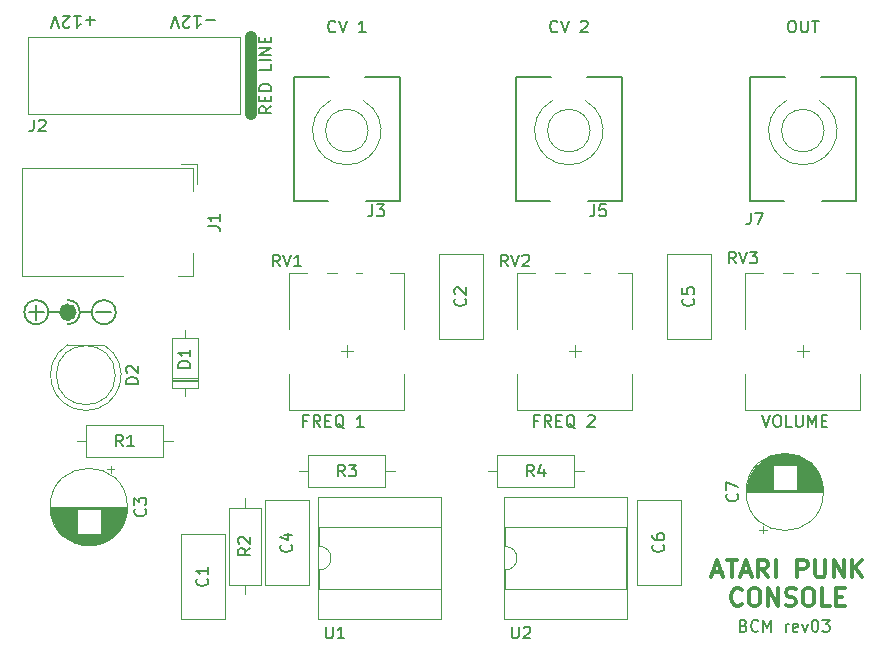
<source format=gto>
%TF.GenerationSoftware,KiCad,Pcbnew,(6.0.6-0)*%
%TF.CreationDate,2022-11-02T10:03:17+00:00*%
%TF.ProjectId,atari-punk,61746172-692d-4707-956e-6b2e6b696361,r03*%
%TF.SameCoordinates,Original*%
%TF.FileFunction,Legend,Top*%
%TF.FilePolarity,Positive*%
%FSLAX46Y46*%
G04 Gerber Fmt 4.6, Leading zero omitted, Abs format (unit mm)*
G04 Created by KiCad (PCBNEW (6.0.6-0)) date 2022-11-02 10:03:17*
%MOMM*%
%LPD*%
G01*
G04 APERTURE LIST*
%ADD10C,0.200000*%
%ADD11C,0.735000*%
%ADD12C,0.150000*%
%ADD13C,0.300000*%
%ADD14C,0.120000*%
%ADD15C,1.000000*%
G04 APERTURE END LIST*
D10*
X101854000Y-60198000D02*
X100838000Y-60198000D01*
X97155000Y-60833000D02*
X97155000Y-59563000D01*
X98171000Y-60198000D02*
G75*
G03*
X98171000Y-60198000I-1016000J0D01*
G01*
X102235000Y-60198000D02*
X103505000Y-60198000D01*
X99822000Y-61214000D02*
G75*
G03*
X99822000Y-59182000I0J1016000D01*
G01*
D11*
X100189500Y-60198000D02*
G75*
G03*
X100189500Y-60198000I-367500J0D01*
G01*
D10*
X103886000Y-60198000D02*
G75*
G03*
X103886000Y-60198000I-1016000J0D01*
G01*
X96520000Y-60198000D02*
X97790000Y-60198000D01*
X99187000Y-60198000D02*
X98171000Y-60198000D01*
D12*
X122467809Y-36425142D02*
X122420190Y-36472761D01*
X122277333Y-36520380D01*
X122182095Y-36520380D01*
X122039238Y-36472761D01*
X121944000Y-36377523D01*
X121896380Y-36282285D01*
X121848761Y-36091809D01*
X121848761Y-35948952D01*
X121896380Y-35758476D01*
X121944000Y-35663238D01*
X122039238Y-35568000D01*
X122182095Y-35520380D01*
X122277333Y-35520380D01*
X122420190Y-35568000D01*
X122467809Y-35615619D01*
X122753523Y-35520380D02*
X123086857Y-36520380D01*
X123420190Y-35520380D01*
X125039238Y-36520380D02*
X124467809Y-36520380D01*
X124753523Y-36520380D02*
X124753523Y-35520380D01*
X124658285Y-35663238D01*
X124563047Y-35758476D01*
X124467809Y-35806095D01*
D13*
X154460571Y-82227500D02*
X155174857Y-82227500D01*
X154317714Y-82656071D02*
X154817714Y-81156071D01*
X155317714Y-82656071D01*
X155603428Y-81156071D02*
X156460571Y-81156071D01*
X156032000Y-82656071D02*
X156032000Y-81156071D01*
X156889142Y-82227500D02*
X157603428Y-82227500D01*
X156746285Y-82656071D02*
X157246285Y-81156071D01*
X157746285Y-82656071D01*
X159103428Y-82656071D02*
X158603428Y-81941785D01*
X158246285Y-82656071D02*
X158246285Y-81156071D01*
X158817714Y-81156071D01*
X158960571Y-81227500D01*
X159032000Y-81298928D01*
X159103428Y-81441785D01*
X159103428Y-81656071D01*
X159032000Y-81798928D01*
X158960571Y-81870357D01*
X158817714Y-81941785D01*
X158246285Y-81941785D01*
X159746285Y-82656071D02*
X159746285Y-81156071D01*
X161603428Y-82656071D02*
X161603428Y-81156071D01*
X162174857Y-81156071D01*
X162317714Y-81227500D01*
X162389142Y-81298928D01*
X162460571Y-81441785D01*
X162460571Y-81656071D01*
X162389142Y-81798928D01*
X162317714Y-81870357D01*
X162174857Y-81941785D01*
X161603428Y-81941785D01*
X163103428Y-81156071D02*
X163103428Y-82370357D01*
X163174857Y-82513214D01*
X163246285Y-82584642D01*
X163389142Y-82656071D01*
X163674857Y-82656071D01*
X163817714Y-82584642D01*
X163889142Y-82513214D01*
X163960571Y-82370357D01*
X163960571Y-81156071D01*
X164674857Y-82656071D02*
X164674857Y-81156071D01*
X165532000Y-82656071D01*
X165532000Y-81156071D01*
X166246285Y-82656071D02*
X166246285Y-81156071D01*
X167103428Y-82656071D02*
X166460571Y-81798928D01*
X167103428Y-81156071D02*
X166246285Y-82013214D01*
X156889142Y-84928214D02*
X156817714Y-84999642D01*
X156603428Y-85071071D01*
X156460571Y-85071071D01*
X156246285Y-84999642D01*
X156103428Y-84856785D01*
X156032000Y-84713928D01*
X155960571Y-84428214D01*
X155960571Y-84213928D01*
X156032000Y-83928214D01*
X156103428Y-83785357D01*
X156246285Y-83642500D01*
X156460571Y-83571071D01*
X156603428Y-83571071D01*
X156817714Y-83642500D01*
X156889142Y-83713928D01*
X157817714Y-83571071D02*
X158103428Y-83571071D01*
X158246285Y-83642500D01*
X158389142Y-83785357D01*
X158460571Y-84071071D01*
X158460571Y-84571071D01*
X158389142Y-84856785D01*
X158246285Y-84999642D01*
X158103428Y-85071071D01*
X157817714Y-85071071D01*
X157674857Y-84999642D01*
X157532000Y-84856785D01*
X157460571Y-84571071D01*
X157460571Y-84071071D01*
X157532000Y-83785357D01*
X157674857Y-83642500D01*
X157817714Y-83571071D01*
X159103428Y-85071071D02*
X159103428Y-83571071D01*
X159960571Y-85071071D01*
X159960571Y-83571071D01*
X160603428Y-84999642D02*
X160817714Y-85071071D01*
X161174857Y-85071071D01*
X161317714Y-84999642D01*
X161389142Y-84928214D01*
X161460571Y-84785357D01*
X161460571Y-84642500D01*
X161389142Y-84499642D01*
X161317714Y-84428214D01*
X161174857Y-84356785D01*
X160889142Y-84285357D01*
X160746285Y-84213928D01*
X160674857Y-84142500D01*
X160603428Y-83999642D01*
X160603428Y-83856785D01*
X160674857Y-83713928D01*
X160746285Y-83642500D01*
X160889142Y-83571071D01*
X161246285Y-83571071D01*
X161460571Y-83642500D01*
X162389142Y-83571071D02*
X162674857Y-83571071D01*
X162817714Y-83642500D01*
X162960571Y-83785357D01*
X163032000Y-84071071D01*
X163032000Y-84571071D01*
X162960571Y-84856785D01*
X162817714Y-84999642D01*
X162674857Y-85071071D01*
X162389142Y-85071071D01*
X162246285Y-84999642D01*
X162103428Y-84856785D01*
X162032000Y-84571071D01*
X162032000Y-84071071D01*
X162103428Y-83785357D01*
X162246285Y-83642500D01*
X162389142Y-83571071D01*
X164389142Y-85071071D02*
X163674857Y-85071071D01*
X163674857Y-83571071D01*
X164889142Y-84285357D02*
X165389142Y-84285357D01*
X165603428Y-85071071D02*
X164889142Y-85071071D01*
X164889142Y-83571071D01*
X165603428Y-83571071D01*
D12*
X139668523Y-69397571D02*
X139335190Y-69397571D01*
X139335190Y-69921380D02*
X139335190Y-68921380D01*
X139811380Y-68921380D01*
X140763761Y-69921380D02*
X140430428Y-69445190D01*
X140192333Y-69921380D02*
X140192333Y-68921380D01*
X140573285Y-68921380D01*
X140668523Y-68969000D01*
X140716142Y-69016619D01*
X140763761Y-69111857D01*
X140763761Y-69254714D01*
X140716142Y-69349952D01*
X140668523Y-69397571D01*
X140573285Y-69445190D01*
X140192333Y-69445190D01*
X141192333Y-69397571D02*
X141525666Y-69397571D01*
X141668523Y-69921380D02*
X141192333Y-69921380D01*
X141192333Y-68921380D01*
X141668523Y-68921380D01*
X142763761Y-70016619D02*
X142668523Y-69969000D01*
X142573285Y-69873761D01*
X142430428Y-69730904D01*
X142335190Y-69683285D01*
X142239952Y-69683285D01*
X142287571Y-69921380D02*
X142192333Y-69873761D01*
X142097095Y-69778523D01*
X142049476Y-69588047D01*
X142049476Y-69254714D01*
X142097095Y-69064238D01*
X142192333Y-68969000D01*
X142287571Y-68921380D01*
X142478047Y-68921380D01*
X142573285Y-68969000D01*
X142668523Y-69064238D01*
X142716142Y-69254714D01*
X142716142Y-69588047D01*
X142668523Y-69778523D01*
X142573285Y-69873761D01*
X142478047Y-69921380D01*
X142287571Y-69921380D01*
X143859000Y-69016619D02*
X143906619Y-68969000D01*
X144001857Y-68921380D01*
X144239952Y-68921380D01*
X144335190Y-68969000D01*
X144382809Y-69016619D01*
X144430428Y-69111857D01*
X144430428Y-69207095D01*
X144382809Y-69349952D01*
X143811380Y-69921380D01*
X144430428Y-69921380D01*
X141263809Y-36425142D02*
X141216190Y-36472761D01*
X141073333Y-36520380D01*
X140978095Y-36520380D01*
X140835238Y-36472761D01*
X140740000Y-36377523D01*
X140692380Y-36282285D01*
X140644761Y-36091809D01*
X140644761Y-35948952D01*
X140692380Y-35758476D01*
X140740000Y-35663238D01*
X140835238Y-35568000D01*
X140978095Y-35520380D01*
X141073333Y-35520380D01*
X141216190Y-35568000D01*
X141263809Y-35615619D01*
X141549523Y-35520380D02*
X141882857Y-36520380D01*
X142216190Y-35520380D01*
X143263809Y-35615619D02*
X143311428Y-35568000D01*
X143406666Y-35520380D01*
X143644761Y-35520380D01*
X143740000Y-35568000D01*
X143787619Y-35615619D01*
X143835238Y-35710857D01*
X143835238Y-35806095D01*
X143787619Y-35948952D01*
X143216190Y-36520380D01*
X143835238Y-36520380D01*
X120110523Y-69397571D02*
X119777190Y-69397571D01*
X119777190Y-69921380D02*
X119777190Y-68921380D01*
X120253380Y-68921380D01*
X121205761Y-69921380D02*
X120872428Y-69445190D01*
X120634333Y-69921380D02*
X120634333Y-68921380D01*
X121015285Y-68921380D01*
X121110523Y-68969000D01*
X121158142Y-69016619D01*
X121205761Y-69111857D01*
X121205761Y-69254714D01*
X121158142Y-69349952D01*
X121110523Y-69397571D01*
X121015285Y-69445190D01*
X120634333Y-69445190D01*
X121634333Y-69397571D02*
X121967666Y-69397571D01*
X122110523Y-69921380D02*
X121634333Y-69921380D01*
X121634333Y-68921380D01*
X122110523Y-68921380D01*
X123205761Y-70016619D02*
X123110523Y-69969000D01*
X123015285Y-69873761D01*
X122872428Y-69730904D01*
X122777190Y-69683285D01*
X122681952Y-69683285D01*
X122729571Y-69921380D02*
X122634333Y-69873761D01*
X122539095Y-69778523D01*
X122491476Y-69588047D01*
X122491476Y-69254714D01*
X122539095Y-69064238D01*
X122634333Y-68969000D01*
X122729571Y-68921380D01*
X122920047Y-68921380D01*
X123015285Y-68969000D01*
X123110523Y-69064238D01*
X123158142Y-69254714D01*
X123158142Y-69588047D01*
X123110523Y-69778523D01*
X123015285Y-69873761D01*
X122920047Y-69921380D01*
X122729571Y-69921380D01*
X124872428Y-69921380D02*
X124301000Y-69921380D01*
X124586714Y-69921380D02*
X124586714Y-68921380D01*
X124491476Y-69064238D01*
X124396238Y-69159476D01*
X124301000Y-69207095D01*
X158607476Y-68921380D02*
X158940809Y-69921380D01*
X159274142Y-68921380D01*
X159797952Y-68921380D02*
X159988428Y-68921380D01*
X160083666Y-68969000D01*
X160178904Y-69064238D01*
X160226523Y-69254714D01*
X160226523Y-69588047D01*
X160178904Y-69778523D01*
X160083666Y-69873761D01*
X159988428Y-69921380D01*
X159797952Y-69921380D01*
X159702714Y-69873761D01*
X159607476Y-69778523D01*
X159559857Y-69588047D01*
X159559857Y-69254714D01*
X159607476Y-69064238D01*
X159702714Y-68969000D01*
X159797952Y-68921380D01*
X161131285Y-69921380D02*
X160655095Y-69921380D01*
X160655095Y-68921380D01*
X161464619Y-68921380D02*
X161464619Y-69730904D01*
X161512238Y-69826142D01*
X161559857Y-69873761D01*
X161655095Y-69921380D01*
X161845571Y-69921380D01*
X161940809Y-69873761D01*
X161988428Y-69826142D01*
X162036047Y-69730904D01*
X162036047Y-68921380D01*
X162512238Y-69921380D02*
X162512238Y-68921380D01*
X162845571Y-69635666D01*
X163178904Y-68921380D01*
X163178904Y-69921380D01*
X163655095Y-69397571D02*
X163988428Y-69397571D01*
X164131285Y-69921380D02*
X163655095Y-69921380D01*
X163655095Y-68921380D01*
X164131285Y-68921380D01*
X161052000Y-35520380D02*
X161242476Y-35520380D01*
X161337714Y-35568000D01*
X161432952Y-35663238D01*
X161480571Y-35853714D01*
X161480571Y-36187047D01*
X161432952Y-36377523D01*
X161337714Y-36472761D01*
X161242476Y-36520380D01*
X161052000Y-36520380D01*
X160956761Y-36472761D01*
X160861523Y-36377523D01*
X160813904Y-36187047D01*
X160813904Y-35853714D01*
X160861523Y-35663238D01*
X160956761Y-35568000D01*
X161052000Y-35520380D01*
X161909142Y-35520380D02*
X161909142Y-36329904D01*
X161956761Y-36425142D01*
X162004380Y-36472761D01*
X162099619Y-36520380D01*
X162290095Y-36520380D01*
X162385333Y-36472761D01*
X162432952Y-36425142D01*
X162480571Y-36329904D01*
X162480571Y-35520380D01*
X162813904Y-35520380D02*
X163385333Y-35520380D01*
X163099619Y-36520380D02*
X163099619Y-35520380D01*
X157047619Y-86728571D02*
X157190476Y-86776190D01*
X157238095Y-86823809D01*
X157285714Y-86919047D01*
X157285714Y-87061904D01*
X157238095Y-87157142D01*
X157190476Y-87204761D01*
X157095238Y-87252380D01*
X156714285Y-87252380D01*
X156714285Y-86252380D01*
X157047619Y-86252380D01*
X157142857Y-86300000D01*
X157190476Y-86347619D01*
X157238095Y-86442857D01*
X157238095Y-86538095D01*
X157190476Y-86633333D01*
X157142857Y-86680952D01*
X157047619Y-86728571D01*
X156714285Y-86728571D01*
X158285714Y-87157142D02*
X158238095Y-87204761D01*
X158095238Y-87252380D01*
X158000000Y-87252380D01*
X157857142Y-87204761D01*
X157761904Y-87109523D01*
X157714285Y-87014285D01*
X157666666Y-86823809D01*
X157666666Y-86680952D01*
X157714285Y-86490476D01*
X157761904Y-86395238D01*
X157857142Y-86300000D01*
X158000000Y-86252380D01*
X158095238Y-86252380D01*
X158238095Y-86300000D01*
X158285714Y-86347619D01*
X158714285Y-87252380D02*
X158714285Y-86252380D01*
X159047619Y-86966666D01*
X159380952Y-86252380D01*
X159380952Y-87252380D01*
X160619047Y-87252380D02*
X160619047Y-86585714D01*
X160619047Y-86776190D02*
X160666666Y-86680952D01*
X160714285Y-86633333D01*
X160809523Y-86585714D01*
X160904761Y-86585714D01*
X161619047Y-87204761D02*
X161523809Y-87252380D01*
X161333333Y-87252380D01*
X161238095Y-87204761D01*
X161190476Y-87109523D01*
X161190476Y-86728571D01*
X161238095Y-86633333D01*
X161333333Y-86585714D01*
X161523809Y-86585714D01*
X161619047Y-86633333D01*
X161666666Y-86728571D01*
X161666666Y-86823809D01*
X161190476Y-86919047D01*
X162000000Y-86585714D02*
X162238095Y-87252380D01*
X162476190Y-86585714D01*
X163047619Y-86252380D02*
X163142857Y-86252380D01*
X163238095Y-86300000D01*
X163285714Y-86347619D01*
X163333333Y-86442857D01*
X163380952Y-86633333D01*
X163380952Y-86871428D01*
X163333333Y-87061904D01*
X163285714Y-87157142D01*
X163238095Y-87204761D01*
X163142857Y-87252380D01*
X163047619Y-87252380D01*
X162952380Y-87204761D01*
X162904761Y-87157142D01*
X162857142Y-87061904D01*
X162809523Y-86871428D01*
X162809523Y-86633333D01*
X162857142Y-86442857D01*
X162904761Y-86347619D01*
X162952380Y-86300000D01*
X163047619Y-86252380D01*
X163714285Y-86252380D02*
X164333333Y-86252380D01*
X164000000Y-86633333D01*
X164142857Y-86633333D01*
X164238095Y-86680952D01*
X164285714Y-86728571D01*
X164333333Y-86823809D01*
X164333333Y-87061904D01*
X164285714Y-87157142D01*
X164238095Y-87204761D01*
X164142857Y-87252380D01*
X163857142Y-87252380D01*
X163761904Y-87204761D01*
X163714285Y-87157142D01*
%TO.C,C2*%
X133453142Y-59054666D02*
X133500761Y-59102285D01*
X133548380Y-59245142D01*
X133548380Y-59340380D01*
X133500761Y-59483238D01*
X133405523Y-59578476D01*
X133310285Y-59626095D01*
X133119809Y-59673714D01*
X132976952Y-59673714D01*
X132786476Y-59626095D01*
X132691238Y-59578476D01*
X132596000Y-59483238D01*
X132548380Y-59340380D01*
X132548380Y-59245142D01*
X132596000Y-59102285D01*
X132643619Y-59054666D01*
X132643619Y-58673714D02*
X132596000Y-58626095D01*
X132548380Y-58530857D01*
X132548380Y-58292761D01*
X132596000Y-58197523D01*
X132643619Y-58149904D01*
X132738857Y-58102285D01*
X132834095Y-58102285D01*
X132976952Y-58149904D01*
X133548380Y-58721333D01*
X133548380Y-58102285D01*
%TO.C,D2*%
X105758380Y-66270095D02*
X104758380Y-66270095D01*
X104758380Y-66032000D01*
X104806000Y-65889142D01*
X104901238Y-65793904D01*
X104996476Y-65746285D01*
X105186952Y-65698666D01*
X105329809Y-65698666D01*
X105520285Y-65746285D01*
X105615523Y-65793904D01*
X105710761Y-65889142D01*
X105758380Y-66032000D01*
X105758380Y-66270095D01*
X104853619Y-65317714D02*
X104806000Y-65270095D01*
X104758380Y-65174857D01*
X104758380Y-64936761D01*
X104806000Y-64841523D01*
X104853619Y-64793904D01*
X104948857Y-64746285D01*
X105044095Y-64746285D01*
X105186952Y-64793904D01*
X105758380Y-65365333D01*
X105758380Y-64746285D01*
%TO.C,C3*%
X106357142Y-76854666D02*
X106404761Y-76902285D01*
X106452380Y-77045142D01*
X106452380Y-77140380D01*
X106404761Y-77283238D01*
X106309523Y-77378476D01*
X106214285Y-77426095D01*
X106023809Y-77473714D01*
X105880952Y-77473714D01*
X105690476Y-77426095D01*
X105595238Y-77378476D01*
X105500000Y-77283238D01*
X105452380Y-77140380D01*
X105452380Y-77045142D01*
X105500000Y-76902285D01*
X105547619Y-76854666D01*
X105452380Y-76521333D02*
X105452380Y-75902285D01*
X105833333Y-76235619D01*
X105833333Y-76092761D01*
X105880952Y-75997523D01*
X105928571Y-75949904D01*
X106023809Y-75902285D01*
X106261904Y-75902285D01*
X106357142Y-75949904D01*
X106404761Y-75997523D01*
X106452380Y-76092761D01*
X106452380Y-76378476D01*
X106404761Y-76473714D01*
X106357142Y-76521333D01*
%TO.C,U2*%
X137414095Y-86828380D02*
X137414095Y-87637904D01*
X137461714Y-87733142D01*
X137509333Y-87780761D01*
X137604571Y-87828380D01*
X137795047Y-87828380D01*
X137890285Y-87780761D01*
X137937904Y-87733142D01*
X137985523Y-87637904D01*
X137985523Y-86828380D01*
X138414095Y-86923619D02*
X138461714Y-86876000D01*
X138556952Y-86828380D01*
X138795047Y-86828380D01*
X138890285Y-86876000D01*
X138937904Y-86923619D01*
X138985523Y-87018857D01*
X138985523Y-87114095D01*
X138937904Y-87256952D01*
X138366476Y-87828380D01*
X138985523Y-87828380D01*
%TO.C,C1*%
X111609142Y-82756666D02*
X111656761Y-82804285D01*
X111704380Y-82947142D01*
X111704380Y-83042380D01*
X111656761Y-83185238D01*
X111561523Y-83280476D01*
X111466285Y-83328095D01*
X111275809Y-83375714D01*
X111132952Y-83375714D01*
X110942476Y-83328095D01*
X110847238Y-83280476D01*
X110752000Y-83185238D01*
X110704380Y-83042380D01*
X110704380Y-82947142D01*
X110752000Y-82804285D01*
X110799619Y-82756666D01*
X111704380Y-81804285D02*
X111704380Y-82375714D01*
X111704380Y-82090000D02*
X110704380Y-82090000D01*
X110847238Y-82185238D01*
X110942476Y-82280476D01*
X110990095Y-82375714D01*
%TO.C,R1*%
X104481333Y-71572380D02*
X104148000Y-71096190D01*
X103909904Y-71572380D02*
X103909904Y-70572380D01*
X104290857Y-70572380D01*
X104386095Y-70620000D01*
X104433714Y-70667619D01*
X104481333Y-70762857D01*
X104481333Y-70905714D01*
X104433714Y-71000952D01*
X104386095Y-71048571D01*
X104290857Y-71096190D01*
X103909904Y-71096190D01*
X105433714Y-71572380D02*
X104862285Y-71572380D01*
X105148000Y-71572380D02*
X105148000Y-70572380D01*
X105052761Y-70715238D01*
X104957523Y-70810476D01*
X104862285Y-70858095D01*
%TO.C,D1*%
X110180380Y-64898495D02*
X109180380Y-64898495D01*
X109180380Y-64660400D01*
X109228000Y-64517542D01*
X109323238Y-64422304D01*
X109418476Y-64374685D01*
X109608952Y-64327066D01*
X109751809Y-64327066D01*
X109942285Y-64374685D01*
X110037523Y-64422304D01*
X110132761Y-64517542D01*
X110180380Y-64660400D01*
X110180380Y-64898495D01*
X110180380Y-63374685D02*
X110180380Y-63946114D01*
X110180380Y-63660400D02*
X109180380Y-63660400D01*
X109323238Y-63755638D01*
X109418476Y-63850876D01*
X109466095Y-63946114D01*
%TO.C,J2*%
X96948666Y-43902380D02*
X96948666Y-44616666D01*
X96901047Y-44759523D01*
X96805809Y-44854761D01*
X96662952Y-44902380D01*
X96567714Y-44902380D01*
X97377238Y-43997619D02*
X97424857Y-43950000D01*
X97520095Y-43902380D01*
X97758190Y-43902380D01*
X97853428Y-43950000D01*
X97901047Y-43997619D01*
X97948666Y-44092857D01*
X97948666Y-44188095D01*
X97901047Y-44330952D01*
X97329619Y-44902380D01*
X97948666Y-44902380D01*
X102091904Y-35488571D02*
X101330000Y-35488571D01*
X101710952Y-35107619D02*
X101710952Y-35869523D01*
X100330000Y-35107619D02*
X100901428Y-35107619D01*
X100615714Y-35107619D02*
X100615714Y-36107619D01*
X100710952Y-35964761D01*
X100806190Y-35869523D01*
X100901428Y-35821904D01*
X99949047Y-36012380D02*
X99901428Y-36060000D01*
X99806190Y-36107619D01*
X99568095Y-36107619D01*
X99472857Y-36060000D01*
X99425238Y-36012380D01*
X99377619Y-35917142D01*
X99377619Y-35821904D01*
X99425238Y-35679047D01*
X99996666Y-35107619D01*
X99377619Y-35107619D01*
X99091904Y-36107619D02*
X98758571Y-35107619D01*
X98425238Y-36107619D01*
X117038380Y-42774857D02*
X116562190Y-43108190D01*
X117038380Y-43346285D02*
X116038380Y-43346285D01*
X116038380Y-42965333D01*
X116086000Y-42870095D01*
X116133619Y-42822476D01*
X116228857Y-42774857D01*
X116371714Y-42774857D01*
X116466952Y-42822476D01*
X116514571Y-42870095D01*
X116562190Y-42965333D01*
X116562190Y-43346285D01*
X116514571Y-42346285D02*
X116514571Y-42012952D01*
X117038380Y-41870095D02*
X117038380Y-42346285D01*
X116038380Y-42346285D01*
X116038380Y-41870095D01*
X117038380Y-41441523D02*
X116038380Y-41441523D01*
X116038380Y-41203428D01*
X116086000Y-41060571D01*
X116181238Y-40965333D01*
X116276476Y-40917714D01*
X116466952Y-40870095D01*
X116609809Y-40870095D01*
X116800285Y-40917714D01*
X116895523Y-40965333D01*
X116990761Y-41060571D01*
X117038380Y-41203428D01*
X117038380Y-41441523D01*
X117038380Y-39203428D02*
X117038380Y-39679619D01*
X116038380Y-39679619D01*
X117038380Y-38870095D02*
X116038380Y-38870095D01*
X117038380Y-38393904D02*
X116038380Y-38393904D01*
X117038380Y-37822476D01*
X116038380Y-37822476D01*
X116514571Y-37346285D02*
X116514571Y-37012952D01*
X117038380Y-36870095D02*
X117038380Y-37346285D01*
X116038380Y-37346285D01*
X116038380Y-36870095D01*
X112251904Y-35488571D02*
X111490000Y-35488571D01*
X110490000Y-35107619D02*
X111061428Y-35107619D01*
X110775714Y-35107619D02*
X110775714Y-36107619D01*
X110870952Y-35964761D01*
X110966190Y-35869523D01*
X111061428Y-35821904D01*
X110109047Y-36012380D02*
X110061428Y-36060000D01*
X109966190Y-36107619D01*
X109728095Y-36107619D01*
X109632857Y-36060000D01*
X109585238Y-36012380D01*
X109537619Y-35917142D01*
X109537619Y-35821904D01*
X109585238Y-35679047D01*
X110156666Y-35107619D01*
X109537619Y-35107619D01*
X109251904Y-36107619D02*
X108918571Y-35107619D01*
X108585238Y-36107619D01*
%TO.C,RV3*%
X156376761Y-56078380D02*
X156043428Y-55602190D01*
X155805333Y-56078380D02*
X155805333Y-55078380D01*
X156186285Y-55078380D01*
X156281523Y-55126000D01*
X156329142Y-55173619D01*
X156376761Y-55268857D01*
X156376761Y-55411714D01*
X156329142Y-55506952D01*
X156281523Y-55554571D01*
X156186285Y-55602190D01*
X155805333Y-55602190D01*
X156662476Y-55078380D02*
X156995809Y-56078380D01*
X157329142Y-55078380D01*
X157567238Y-55078380D02*
X158186285Y-55078380D01*
X157852952Y-55459333D01*
X157995809Y-55459333D01*
X158091047Y-55506952D01*
X158138666Y-55554571D01*
X158186285Y-55649809D01*
X158186285Y-55887904D01*
X158138666Y-55983142D01*
X158091047Y-56030761D01*
X157995809Y-56078380D01*
X157710095Y-56078380D01*
X157614857Y-56030761D01*
X157567238Y-55983142D01*
%TO.C,R4*%
X139279333Y-74112380D02*
X138946000Y-73636190D01*
X138707904Y-74112380D02*
X138707904Y-73112380D01*
X139088857Y-73112380D01*
X139184095Y-73160000D01*
X139231714Y-73207619D01*
X139279333Y-73302857D01*
X139279333Y-73445714D01*
X139231714Y-73540952D01*
X139184095Y-73588571D01*
X139088857Y-73636190D01*
X138707904Y-73636190D01*
X140136476Y-73445714D02*
X140136476Y-74112380D01*
X139898380Y-73064761D02*
X139660285Y-73779047D01*
X140279333Y-73779047D01*
%TO.C,C7*%
X156485142Y-75584666D02*
X156532761Y-75632285D01*
X156580380Y-75775142D01*
X156580380Y-75870380D01*
X156532761Y-76013238D01*
X156437523Y-76108476D01*
X156342285Y-76156095D01*
X156151809Y-76203714D01*
X156008952Y-76203714D01*
X155818476Y-76156095D01*
X155723238Y-76108476D01*
X155628000Y-76013238D01*
X155580380Y-75870380D01*
X155580380Y-75775142D01*
X155628000Y-75632285D01*
X155675619Y-75584666D01*
X155580380Y-75251333D02*
X155580380Y-74584666D01*
X156580380Y-75013238D01*
%TO.C,RV1*%
X117768761Y-56332380D02*
X117435428Y-55856190D01*
X117197333Y-56332380D02*
X117197333Y-55332380D01*
X117578285Y-55332380D01*
X117673523Y-55380000D01*
X117721142Y-55427619D01*
X117768761Y-55522857D01*
X117768761Y-55665714D01*
X117721142Y-55760952D01*
X117673523Y-55808571D01*
X117578285Y-55856190D01*
X117197333Y-55856190D01*
X118054476Y-55332380D02*
X118387809Y-56332380D01*
X118721142Y-55332380D01*
X119578285Y-56332380D02*
X119006857Y-56332380D01*
X119292571Y-56332380D02*
X119292571Y-55332380D01*
X119197333Y-55475238D01*
X119102095Y-55570476D01*
X119006857Y-55618095D01*
%TO.C,J1*%
X111680380Y-52911333D02*
X112394666Y-52911333D01*
X112537523Y-52958952D01*
X112632761Y-53054190D01*
X112680380Y-53197047D01*
X112680380Y-53292285D01*
X112680380Y-51911333D02*
X112680380Y-52482761D01*
X112680380Y-52197047D02*
X111680380Y-52197047D01*
X111823238Y-52292285D01*
X111918476Y-52387523D01*
X111966095Y-52482761D01*
%TO.C,RV2*%
X137072761Y-56332380D02*
X136739428Y-55856190D01*
X136501333Y-56332380D02*
X136501333Y-55332380D01*
X136882285Y-55332380D01*
X136977523Y-55380000D01*
X137025142Y-55427619D01*
X137072761Y-55522857D01*
X137072761Y-55665714D01*
X137025142Y-55760952D01*
X136977523Y-55808571D01*
X136882285Y-55856190D01*
X136501333Y-55856190D01*
X137358476Y-55332380D02*
X137691809Y-56332380D01*
X138025142Y-55332380D01*
X138310857Y-55427619D02*
X138358476Y-55380000D01*
X138453714Y-55332380D01*
X138691809Y-55332380D01*
X138787047Y-55380000D01*
X138834666Y-55427619D01*
X138882285Y-55522857D01*
X138882285Y-55618095D01*
X138834666Y-55760952D01*
X138263238Y-56332380D01*
X138882285Y-56332380D01*
%TO.C,C6*%
X150217142Y-79882666D02*
X150264761Y-79930285D01*
X150312380Y-80073142D01*
X150312380Y-80168380D01*
X150264761Y-80311238D01*
X150169523Y-80406476D01*
X150074285Y-80454095D01*
X149883809Y-80501714D01*
X149740952Y-80501714D01*
X149550476Y-80454095D01*
X149455238Y-80406476D01*
X149360000Y-80311238D01*
X149312380Y-80168380D01*
X149312380Y-80073142D01*
X149360000Y-79930285D01*
X149407619Y-79882666D01*
X149312380Y-79025523D02*
X149312380Y-79216000D01*
X149360000Y-79311238D01*
X149407619Y-79358857D01*
X149550476Y-79454095D01*
X149740952Y-79501714D01*
X150121904Y-79501714D01*
X150217142Y-79454095D01*
X150264761Y-79406476D01*
X150312380Y-79311238D01*
X150312380Y-79120761D01*
X150264761Y-79025523D01*
X150217142Y-78977904D01*
X150121904Y-78930285D01*
X149883809Y-78930285D01*
X149788571Y-78977904D01*
X149740952Y-79025523D01*
X149693333Y-79120761D01*
X149693333Y-79311238D01*
X149740952Y-79406476D01*
X149788571Y-79454095D01*
X149883809Y-79501714D01*
%TO.C,J3*%
X125610666Y-51080380D02*
X125610666Y-51794666D01*
X125563047Y-51937523D01*
X125467809Y-52032761D01*
X125324952Y-52080380D01*
X125229714Y-52080380D01*
X125991619Y-51080380D02*
X126610666Y-51080380D01*
X126277333Y-51461333D01*
X126420190Y-51461333D01*
X126515428Y-51508952D01*
X126563047Y-51556571D01*
X126610666Y-51651809D01*
X126610666Y-51889904D01*
X126563047Y-51985142D01*
X126515428Y-52032761D01*
X126420190Y-52080380D01*
X126134476Y-52080380D01*
X126039238Y-52032761D01*
X125991619Y-51985142D01*
%TO.C,R2*%
X115260380Y-80176666D02*
X114784190Y-80510000D01*
X115260380Y-80748095D02*
X114260380Y-80748095D01*
X114260380Y-80367142D01*
X114308000Y-80271904D01*
X114355619Y-80224285D01*
X114450857Y-80176666D01*
X114593714Y-80176666D01*
X114688952Y-80224285D01*
X114736571Y-80271904D01*
X114784190Y-80367142D01*
X114784190Y-80748095D01*
X114355619Y-79795714D02*
X114308000Y-79748095D01*
X114260380Y-79652857D01*
X114260380Y-79414761D01*
X114308000Y-79319523D01*
X114355619Y-79271904D01*
X114450857Y-79224285D01*
X114546095Y-79224285D01*
X114688952Y-79271904D01*
X115260380Y-79843333D01*
X115260380Y-79224285D01*
%TO.C,C4*%
X118721142Y-79882666D02*
X118768761Y-79930285D01*
X118816380Y-80073142D01*
X118816380Y-80168380D01*
X118768761Y-80311238D01*
X118673523Y-80406476D01*
X118578285Y-80454095D01*
X118387809Y-80501714D01*
X118244952Y-80501714D01*
X118054476Y-80454095D01*
X117959238Y-80406476D01*
X117864000Y-80311238D01*
X117816380Y-80168380D01*
X117816380Y-80073142D01*
X117864000Y-79930285D01*
X117911619Y-79882666D01*
X118149714Y-79025523D02*
X118816380Y-79025523D01*
X117768761Y-79263619D02*
X118483047Y-79501714D01*
X118483047Y-78882666D01*
%TO.C,J5*%
X144406666Y-51080380D02*
X144406666Y-51794666D01*
X144359047Y-51937523D01*
X144263809Y-52032761D01*
X144120952Y-52080380D01*
X144025714Y-52080380D01*
X145359047Y-51080380D02*
X144882857Y-51080380D01*
X144835238Y-51556571D01*
X144882857Y-51508952D01*
X144978095Y-51461333D01*
X145216190Y-51461333D01*
X145311428Y-51508952D01*
X145359047Y-51556571D01*
X145406666Y-51651809D01*
X145406666Y-51889904D01*
X145359047Y-51985142D01*
X145311428Y-52032761D01*
X145216190Y-52080380D01*
X144978095Y-52080380D01*
X144882857Y-52032761D01*
X144835238Y-51985142D01*
%TO.C,C5*%
X152757142Y-59054666D02*
X152804761Y-59102285D01*
X152852380Y-59245142D01*
X152852380Y-59340380D01*
X152804761Y-59483238D01*
X152709523Y-59578476D01*
X152614285Y-59626095D01*
X152423809Y-59673714D01*
X152280952Y-59673714D01*
X152090476Y-59626095D01*
X151995238Y-59578476D01*
X151900000Y-59483238D01*
X151852380Y-59340380D01*
X151852380Y-59245142D01*
X151900000Y-59102285D01*
X151947619Y-59054666D01*
X151852380Y-58149904D02*
X151852380Y-58626095D01*
X152328571Y-58673714D01*
X152280952Y-58626095D01*
X152233333Y-58530857D01*
X152233333Y-58292761D01*
X152280952Y-58197523D01*
X152328571Y-58149904D01*
X152423809Y-58102285D01*
X152661904Y-58102285D01*
X152757142Y-58149904D01*
X152804761Y-58197523D01*
X152852380Y-58292761D01*
X152852380Y-58530857D01*
X152804761Y-58626095D01*
X152757142Y-58673714D01*
%TO.C,R3*%
X123277333Y-74112380D02*
X122944000Y-73636190D01*
X122705904Y-74112380D02*
X122705904Y-73112380D01*
X123086857Y-73112380D01*
X123182095Y-73160000D01*
X123229714Y-73207619D01*
X123277333Y-73302857D01*
X123277333Y-73445714D01*
X123229714Y-73540952D01*
X123182095Y-73588571D01*
X123086857Y-73636190D01*
X122705904Y-73636190D01*
X123610666Y-73112380D02*
X124229714Y-73112380D01*
X123896380Y-73493333D01*
X124039238Y-73493333D01*
X124134476Y-73540952D01*
X124182095Y-73588571D01*
X124229714Y-73683809D01*
X124229714Y-73921904D01*
X124182095Y-74017142D01*
X124134476Y-74064761D01*
X124039238Y-74112380D01*
X123753523Y-74112380D01*
X123658285Y-74064761D01*
X123610666Y-74017142D01*
%TO.C,U1*%
X121676095Y-86828380D02*
X121676095Y-87637904D01*
X121723714Y-87733142D01*
X121771333Y-87780761D01*
X121866571Y-87828380D01*
X122057047Y-87828380D01*
X122152285Y-87780761D01*
X122199904Y-87733142D01*
X122247523Y-87637904D01*
X122247523Y-86828380D01*
X123247523Y-87828380D02*
X122676095Y-87828380D01*
X122961809Y-87828380D02*
X122961809Y-86828380D01*
X122866571Y-86971238D01*
X122771333Y-87066476D01*
X122676095Y-87114095D01*
%TO.C,J7*%
X157654666Y-51776380D02*
X157654666Y-52490666D01*
X157607047Y-52633523D01*
X157511809Y-52728761D01*
X157368952Y-52776380D01*
X157273714Y-52776380D01*
X158035619Y-51776380D02*
X158702285Y-51776380D01*
X158273714Y-52776380D01*
D14*
%TO.C,C2*%
X134966000Y-55268000D02*
X134966000Y-62508000D01*
X131226000Y-55268000D02*
X131226000Y-62508000D01*
X134966000Y-62508000D02*
X131226000Y-62508000D01*
X134966000Y-55268000D02*
X131226000Y-55268000D01*
%TO.C,D2*%
X102891000Y-62972000D02*
X99801000Y-62972000D01*
X101345538Y-68522000D02*
G75*
G03*
X102890830Y-62972000I462J2990000D01*
G01*
X99801170Y-62972000D02*
G75*
G03*
X101346462Y-68522000I1544830J-2560000D01*
G01*
X103846000Y-65532000D02*
G75*
G03*
X103846000Y-65532000I-2500000J0D01*
G01*
%TO.C,C3*%
X100560000Y-77889000D02*
X98598000Y-77889000D01*
X102862000Y-79689000D02*
X100338000Y-79689000D01*
X100560000Y-77248000D02*
X98418000Y-77248000D01*
X104686000Y-77649000D02*
X102640000Y-77649000D01*
X100560000Y-78649000D02*
X99022000Y-78649000D01*
X104815000Y-77008000D02*
X102640000Y-77008000D01*
X104290000Y-78489000D02*
X102640000Y-78489000D01*
X100560000Y-78969000D02*
X99295000Y-78969000D01*
X103109000Y-79569000D02*
X100091000Y-79569000D01*
X104586000Y-77929000D02*
X102640000Y-77929000D01*
X104148000Y-78689000D02*
X102640000Y-78689000D01*
X103439000Y-73187759D02*
X103439000Y-73817759D01*
X104698000Y-77609000D02*
X102640000Y-77609000D01*
X103905000Y-78969000D02*
X102640000Y-78969000D01*
X104721000Y-77529000D02*
X102640000Y-77529000D01*
X102765000Y-79729000D02*
X100435000Y-79729000D01*
X104434000Y-78249000D02*
X102640000Y-78249000D01*
X100560000Y-78569000D02*
X98964000Y-78569000D01*
X103824000Y-79049000D02*
X99376000Y-79049000D01*
X100560000Y-76968000D02*
X98382000Y-76968000D01*
X104674000Y-77689000D02*
X102640000Y-77689000D01*
X104412000Y-78289000D02*
X102640000Y-78289000D01*
X100560000Y-78929000D02*
X99257000Y-78929000D01*
X102402000Y-79849000D02*
X100798000Y-79849000D01*
X103754000Y-73502759D02*
X103124000Y-73502759D01*
X102540000Y-79809000D02*
X100660000Y-79809000D01*
X104811000Y-77048000D02*
X102640000Y-77048000D01*
X100560000Y-78449000D02*
X98884000Y-78449000D01*
X100560000Y-77168000D02*
X98405000Y-77168000D01*
X100560000Y-78529000D02*
X98936000Y-78529000D01*
X100560000Y-78409000D02*
X98858000Y-78409000D01*
X100560000Y-77368000D02*
X98441000Y-77368000D01*
X104236000Y-78569000D02*
X102640000Y-78569000D01*
X100560000Y-78049000D02*
X98666000Y-78049000D01*
X104016000Y-78849000D02*
X102640000Y-78849000D01*
X103692000Y-79169000D02*
X99508000Y-79169000D01*
X104390000Y-78329000D02*
X102640000Y-78329000D01*
X104050000Y-78809000D02*
X102640000Y-78809000D01*
X104822000Y-76928000D02*
X102640000Y-76928000D01*
X104496000Y-78129000D02*
X102640000Y-78129000D01*
X104316000Y-78449000D02*
X102640000Y-78449000D01*
X100560000Y-77008000D02*
X98385000Y-77008000D01*
X100560000Y-77208000D02*
X98411000Y-77208000D01*
X104731000Y-77489000D02*
X102640000Y-77489000D01*
X103943000Y-78929000D02*
X102640000Y-78929000D01*
X100560000Y-78689000D02*
X99052000Y-78689000D01*
X104456000Y-78209000D02*
X102640000Y-78209000D01*
X100560000Y-77809000D02*
X98567000Y-77809000D01*
X100560000Y-77048000D02*
X98389000Y-77048000D01*
X103032000Y-79609000D02*
X100168000Y-79609000D01*
X104116000Y-78729000D02*
X102640000Y-78729000D01*
X104661000Y-77729000D02*
X102640000Y-77729000D01*
X102002000Y-79929000D02*
X101198000Y-79929000D01*
X103544000Y-79289000D02*
X99656000Y-79289000D01*
X104602000Y-77889000D02*
X102640000Y-77889000D01*
X100560000Y-78609000D02*
X98993000Y-78609000D01*
X100560000Y-78169000D02*
X98724000Y-78169000D01*
X104366000Y-78369000D02*
X102640000Y-78369000D01*
X100560000Y-78809000D02*
X99150000Y-78809000D01*
X104342000Y-78409000D02*
X102640000Y-78409000D01*
X104782000Y-77248000D02*
X102640000Y-77248000D01*
X100560000Y-78289000D02*
X98788000Y-78289000D01*
X100560000Y-77849000D02*
X98582000Y-77849000D01*
X104824000Y-76888000D02*
X98376000Y-76888000D01*
X100560000Y-78129000D02*
X98704000Y-78129000D01*
X103434000Y-79369000D02*
X99766000Y-79369000D01*
X104827000Y-76848000D02*
X98373000Y-76848000D01*
X100560000Y-77489000D02*
X98469000Y-77489000D01*
X100560000Y-78889000D02*
X99220000Y-78889000D01*
X104710000Y-77569000D02*
X102640000Y-77569000D01*
X104084000Y-78769000D02*
X102640000Y-78769000D01*
X100560000Y-77409000D02*
X98450000Y-77409000D01*
X104828000Y-76808000D02*
X98372000Y-76808000D01*
X104789000Y-77208000D02*
X102640000Y-77208000D01*
X104516000Y-78089000D02*
X102640000Y-78089000D01*
X100560000Y-77649000D02*
X98514000Y-77649000D01*
X103490000Y-79329000D02*
X99710000Y-79329000D01*
X104618000Y-77849000D02*
X102640000Y-77849000D01*
X100560000Y-77328000D02*
X98433000Y-77328000D01*
X103737000Y-79129000D02*
X99463000Y-79129000D01*
X100560000Y-77929000D02*
X98614000Y-77929000D01*
X103865000Y-79009000D02*
X99335000Y-79009000D01*
X103376000Y-79409000D02*
X99824000Y-79409000D01*
X100560000Y-78729000D02*
X99084000Y-78729000D01*
X103595000Y-79249000D02*
X99605000Y-79249000D01*
X100560000Y-78369000D02*
X98834000Y-78369000D01*
X104759000Y-77368000D02*
X102640000Y-77368000D01*
X104767000Y-77328000D02*
X102640000Y-77328000D01*
X104552000Y-78009000D02*
X102640000Y-78009000D01*
X104633000Y-77809000D02*
X102640000Y-77809000D01*
X100560000Y-78249000D02*
X98766000Y-78249000D01*
X104570000Y-77969000D02*
X102640000Y-77969000D01*
X100560000Y-77769000D02*
X98553000Y-77769000D01*
X100560000Y-78849000D02*
X99184000Y-78849000D01*
X102233000Y-79889000D02*
X100967000Y-79889000D01*
X104647000Y-77769000D02*
X102640000Y-77769000D01*
X104750000Y-77409000D02*
X102640000Y-77409000D01*
X100560000Y-78209000D02*
X98744000Y-78209000D01*
X104534000Y-78049000D02*
X102640000Y-78049000D01*
X102950000Y-79649000D02*
X100250000Y-79649000D01*
X104741000Y-77449000D02*
X102640000Y-77449000D01*
X104264000Y-78529000D02*
X102640000Y-78529000D01*
X104818000Y-76968000D02*
X102640000Y-76968000D01*
X103314000Y-79449000D02*
X99886000Y-79449000D01*
X100560000Y-78489000D02*
X98910000Y-78489000D01*
X104806000Y-77088000D02*
X102640000Y-77088000D01*
X103250000Y-79489000D02*
X99950000Y-79489000D01*
X104476000Y-78169000D02*
X102640000Y-78169000D01*
X102659000Y-79769000D02*
X100541000Y-79769000D01*
X100560000Y-78329000D02*
X98810000Y-78329000D01*
X104830000Y-76728000D02*
X98370000Y-76728000D01*
X104830000Y-76688000D02*
X98370000Y-76688000D01*
X100560000Y-78009000D02*
X98648000Y-78009000D01*
X104178000Y-78649000D02*
X102640000Y-78649000D01*
X104801000Y-77128000D02*
X102640000Y-77128000D01*
X104830000Y-76768000D02*
X98370000Y-76768000D01*
X100560000Y-78769000D02*
X99116000Y-78769000D01*
X103980000Y-78889000D02*
X102640000Y-78889000D01*
X100560000Y-77529000D02*
X98479000Y-77529000D01*
X100560000Y-77128000D02*
X98399000Y-77128000D01*
X100560000Y-77569000D02*
X98490000Y-77569000D01*
X100560000Y-76928000D02*
X98378000Y-76928000D01*
X100560000Y-77689000D02*
X98526000Y-77689000D01*
X100560000Y-78089000D02*
X98684000Y-78089000D01*
X100560000Y-77088000D02*
X98394000Y-77088000D01*
X104775000Y-77288000D02*
X102640000Y-77288000D01*
X100560000Y-77609000D02*
X98502000Y-77609000D01*
X100560000Y-77729000D02*
X98539000Y-77729000D01*
X103644000Y-79209000D02*
X99556000Y-79209000D01*
X104207000Y-78609000D02*
X102640000Y-78609000D01*
X104795000Y-77168000D02*
X102640000Y-77168000D01*
X100560000Y-77449000D02*
X98459000Y-77449000D01*
X100560000Y-77288000D02*
X98425000Y-77288000D01*
X100560000Y-77969000D02*
X98630000Y-77969000D01*
X103181000Y-79529000D02*
X100019000Y-79529000D01*
X103782000Y-79089000D02*
X99418000Y-79089000D01*
X104870000Y-76688000D02*
G75*
G03*
X104870000Y-76688000I-3270000J0D01*
G01*
%TO.C,U2*%
X136786000Y-75886000D02*
X136786000Y-86166000D01*
X136786000Y-86166000D02*
X147186000Y-86166000D01*
X136846000Y-78376000D02*
X136846000Y-80026000D01*
X147186000Y-86166000D02*
X147186000Y-75886000D01*
X147126000Y-83676000D02*
X147126000Y-78376000D01*
X147126000Y-78376000D02*
X136846000Y-78376000D01*
X136846000Y-83676000D02*
X147126000Y-83676000D01*
X136846000Y-82026000D02*
X136846000Y-83676000D01*
X147186000Y-75886000D02*
X136786000Y-75886000D01*
X136846000Y-82026000D02*
G75*
G03*
X136846000Y-80026000I0J1000000D01*
G01*
%TO.C,C1*%
X109382000Y-86210000D02*
X109382000Y-78970000D01*
X113122000Y-86210000D02*
X113122000Y-78970000D01*
X109382000Y-78970000D02*
X113122000Y-78970000D01*
X109382000Y-86210000D02*
X113122000Y-86210000D01*
%TO.C,R1*%
X107918000Y-69750000D02*
X101378000Y-69750000D01*
X101378000Y-69750000D02*
X101378000Y-72490000D01*
X100608000Y-71120000D02*
X101378000Y-71120000D01*
X107918000Y-72490000D02*
X107918000Y-69750000D01*
X108688000Y-71120000D02*
X107918000Y-71120000D01*
X101378000Y-72490000D02*
X107918000Y-72490000D01*
%TO.C,D1*%
X109728000Y-67286000D02*
X109728000Y-66636000D01*
X108608000Y-65796000D02*
X110848000Y-65796000D01*
X110848000Y-66636000D02*
X110848000Y-62396000D01*
X108608000Y-65916000D02*
X110848000Y-65916000D01*
X109728000Y-61746000D02*
X109728000Y-62396000D01*
X110848000Y-62396000D02*
X108608000Y-62396000D01*
X108608000Y-62396000D02*
X108608000Y-66636000D01*
X108608000Y-66636000D02*
X110848000Y-66636000D01*
X108608000Y-66036000D02*
X110848000Y-66036000D01*
D15*
%TO.C,J2*%
X115316000Y-36882000D02*
X115316000Y-43382000D01*
D14*
X103360000Y-36882000D02*
X103360000Y-36882000D01*
X96420000Y-36882000D02*
X114400000Y-36882000D01*
X96420000Y-43382000D02*
X96420000Y-36882000D01*
X114400000Y-36882000D02*
X114400000Y-43382000D01*
X114400000Y-43382000D02*
X96420000Y-43382000D01*
%TO.C,RV3*%
X157182000Y-56880000D02*
X157182000Y-61600000D01*
X165742000Y-56880000D02*
X166922000Y-56880000D01*
X157182000Y-65410000D02*
X157182000Y-68470000D01*
X162552000Y-63500000D02*
X161552000Y-63500000D01*
X166922000Y-65410000D02*
X166922000Y-68470000D01*
X166932000Y-56880000D02*
X166932000Y-61600000D01*
X157182000Y-68470000D02*
X166922000Y-68470000D01*
X162052000Y-64000000D02*
X162052000Y-63000000D01*
X160392000Y-56880000D02*
X161222000Y-56880000D01*
X162842000Y-56880000D02*
X163372000Y-56880000D01*
X157182000Y-56880000D02*
X158672000Y-56880000D01*
%TO.C,R4*%
X136176000Y-72290000D02*
X136176000Y-75030000D01*
X143486000Y-73660000D02*
X142716000Y-73660000D01*
X136176000Y-75030000D02*
X142716000Y-75030000D01*
X135406000Y-73660000D02*
X136176000Y-73660000D01*
X142716000Y-72290000D02*
X136176000Y-72290000D01*
X142716000Y-75030000D02*
X142716000Y-72290000D01*
%TO.C,C7*%
X161568000Y-74097000D02*
X163480000Y-74097000D01*
X157298000Y-75378000D02*
X163758000Y-75378000D01*
X158374000Y-78603241D02*
X159004000Y-78603241D01*
X161568000Y-74017000D02*
X163444000Y-74017000D01*
X161568000Y-73137000D02*
X162833000Y-73137000D01*
X157838000Y-73617000D02*
X159488000Y-73617000D01*
X161568000Y-74417000D02*
X163602000Y-74417000D01*
X161568000Y-74898000D02*
X163717000Y-74898000D01*
X161568000Y-73337000D02*
X163012000Y-73337000D01*
X158263000Y-73097000D02*
X162793000Y-73097000D01*
X157632000Y-73977000D02*
X159488000Y-73977000D01*
X158694000Y-72737000D02*
X162362000Y-72737000D01*
X157467000Y-74377000D02*
X159488000Y-74377000D01*
X157672000Y-73897000D02*
X159488000Y-73897000D01*
X161568000Y-74978000D02*
X163729000Y-74978000D01*
X161568000Y-74818000D02*
X163703000Y-74818000D01*
X161568000Y-73897000D02*
X163384000Y-73897000D01*
X158078000Y-73297000D02*
X159488000Y-73297000D01*
X161568000Y-73617000D02*
X163218000Y-73617000D01*
X161568000Y-74938000D02*
X163723000Y-74938000D01*
X157558000Y-74137000D02*
X159488000Y-74137000D01*
X157526000Y-74217000D02*
X159488000Y-74217000D01*
X158533000Y-72857000D02*
X162523000Y-72857000D01*
X157980000Y-73417000D02*
X159488000Y-73417000D01*
X157612000Y-74017000D02*
X159488000Y-74017000D01*
X161568000Y-74697000D02*
X163678000Y-74697000D01*
X161568000Y-74617000D02*
X163659000Y-74617000D01*
X158484000Y-72897000D02*
X162572000Y-72897000D01*
X161568000Y-74377000D02*
X163589000Y-74377000D01*
X158689000Y-78918241D02*
X158689000Y-78288241D01*
X158346000Y-73017000D02*
X162710000Y-73017000D01*
X157738000Y-73777000D02*
X159488000Y-73777000D01*
X157387000Y-74657000D02*
X159488000Y-74657000D01*
X157652000Y-73937000D02*
X159488000Y-73937000D01*
X157361000Y-74778000D02*
X159488000Y-74778000D01*
X161568000Y-74497000D02*
X163626000Y-74497000D01*
X157921000Y-73497000D02*
X159488000Y-73497000D01*
X161568000Y-74778000D02*
X163695000Y-74778000D01*
X161568000Y-73217000D02*
X162908000Y-73217000D01*
X161568000Y-74297000D02*
X163561000Y-74297000D01*
X157322000Y-75018000D02*
X159488000Y-75018000D01*
X157301000Y-75258000D02*
X163755000Y-75258000D01*
X158436000Y-72937000D02*
X162620000Y-72937000D01*
X158185000Y-73177000D02*
X159488000Y-73177000D01*
X158391000Y-72977000D02*
X162665000Y-72977000D01*
X157762000Y-73737000D02*
X159488000Y-73737000D01*
X161568000Y-73577000D02*
X163192000Y-73577000D01*
X159588000Y-72297000D02*
X161468000Y-72297000D01*
X158223000Y-73137000D02*
X159488000Y-73137000D01*
X157864000Y-73577000D02*
X159488000Y-73577000D01*
X161568000Y-73497000D02*
X163135000Y-73497000D01*
X157892000Y-73537000D02*
X159488000Y-73537000D01*
X157454000Y-74417000D02*
X159488000Y-74417000D01*
X158112000Y-73257000D02*
X159488000Y-73257000D01*
X157716000Y-73817000D02*
X159488000Y-73817000D01*
X157346000Y-74858000D02*
X159488000Y-74858000D01*
X161568000Y-74738000D02*
X163687000Y-74738000D01*
X157786000Y-73697000D02*
X159488000Y-73697000D01*
X157300000Y-75298000D02*
X163756000Y-75298000D01*
X159178000Y-72457000D02*
X161878000Y-72457000D01*
X158947000Y-72577000D02*
X162109000Y-72577000D01*
X161568000Y-74657000D02*
X163669000Y-74657000D01*
X161568000Y-73777000D02*
X163318000Y-73777000D01*
X157576000Y-74097000D02*
X159488000Y-74097000D01*
X157812000Y-73657000D02*
X159488000Y-73657000D01*
X157369000Y-74738000D02*
X159488000Y-74738000D01*
X158044000Y-73337000D02*
X159488000Y-73337000D01*
X161568000Y-73177000D02*
X162871000Y-73177000D01*
X157418000Y-74537000D02*
X159488000Y-74537000D01*
X157317000Y-75058000D02*
X159488000Y-75058000D01*
X161568000Y-73737000D02*
X163294000Y-73737000D01*
X161568000Y-73377000D02*
X163044000Y-73377000D01*
X161568000Y-75178000D02*
X163750000Y-75178000D01*
X161568000Y-74057000D02*
X163462000Y-74057000D01*
X161568000Y-73977000D02*
X163424000Y-73977000D01*
X157481000Y-74337000D02*
X159488000Y-74337000D01*
X157353000Y-74818000D02*
X159488000Y-74818000D01*
X161568000Y-74858000D02*
X163710000Y-74858000D01*
X159726000Y-72257000D02*
X161330000Y-72257000D01*
X157397000Y-74617000D02*
X159488000Y-74617000D01*
X158148000Y-73217000D02*
X159488000Y-73217000D01*
X157310000Y-75138000D02*
X159488000Y-75138000D01*
X161568000Y-74177000D02*
X163514000Y-74177000D01*
X157327000Y-74978000D02*
X159488000Y-74978000D01*
X157313000Y-75098000D02*
X159488000Y-75098000D01*
X161568000Y-74257000D02*
X163546000Y-74257000D01*
X158814000Y-72657000D02*
X162242000Y-72657000D01*
X159096000Y-72497000D02*
X161960000Y-72497000D01*
X161568000Y-73297000D02*
X162978000Y-73297000D01*
X161568000Y-73697000D02*
X163270000Y-73697000D01*
X161568000Y-73817000D02*
X163340000Y-73817000D01*
X161568000Y-74137000D02*
X163498000Y-74137000D01*
X159019000Y-72537000D02*
X162037000Y-72537000D01*
X157304000Y-75218000D02*
X163752000Y-75218000D01*
X161568000Y-75058000D02*
X163739000Y-75058000D01*
X161568000Y-74217000D02*
X163530000Y-74217000D01*
X161568000Y-73937000D02*
X163404000Y-73937000D01*
X158012000Y-73377000D02*
X159488000Y-73377000D01*
X161568000Y-75018000D02*
X163734000Y-75018000D01*
X160126000Y-72177000D02*
X160930000Y-72177000D01*
X161568000Y-73857000D02*
X163362000Y-73857000D01*
X158752000Y-72697000D02*
X162304000Y-72697000D01*
X157333000Y-74938000D02*
X159488000Y-74938000D01*
X159469000Y-72337000D02*
X161587000Y-72337000D01*
X161568000Y-75138000D02*
X163746000Y-75138000D01*
X159363000Y-72377000D02*
X161693000Y-72377000D01*
X161568000Y-73657000D02*
X163244000Y-73657000D01*
X158584000Y-72817000D02*
X162472000Y-72817000D01*
X157594000Y-74057000D02*
X159488000Y-74057000D01*
X157339000Y-74898000D02*
X159488000Y-74898000D01*
X157407000Y-74577000D02*
X159488000Y-74577000D01*
X157430000Y-74497000D02*
X159488000Y-74497000D01*
X157510000Y-74257000D02*
X159488000Y-74257000D01*
X157694000Y-73857000D02*
X159488000Y-73857000D01*
X161568000Y-73417000D02*
X163076000Y-73417000D01*
X161568000Y-73257000D02*
X162944000Y-73257000D01*
X158878000Y-72617000D02*
X162178000Y-72617000D01*
X161568000Y-73457000D02*
X163106000Y-73457000D01*
X158304000Y-73057000D02*
X162752000Y-73057000D01*
X157378000Y-74697000D02*
X159488000Y-74697000D01*
X157306000Y-75178000D02*
X159488000Y-75178000D01*
X161568000Y-73537000D02*
X163164000Y-73537000D01*
X159895000Y-72217000D02*
X161161000Y-72217000D01*
X157950000Y-73457000D02*
X159488000Y-73457000D01*
X161568000Y-74457000D02*
X163614000Y-74457000D01*
X157542000Y-74177000D02*
X159488000Y-74177000D01*
X157298000Y-75418000D02*
X163758000Y-75418000D01*
X161568000Y-74577000D02*
X163649000Y-74577000D01*
X158638000Y-72777000D02*
X162418000Y-72777000D01*
X161568000Y-74337000D02*
X163575000Y-74337000D01*
X157495000Y-74297000D02*
X159488000Y-74297000D01*
X157298000Y-75338000D02*
X163758000Y-75338000D01*
X161568000Y-75098000D02*
X163743000Y-75098000D01*
X159266000Y-72417000D02*
X161790000Y-72417000D01*
X161568000Y-74537000D02*
X163638000Y-74537000D01*
X157442000Y-74457000D02*
X159488000Y-74457000D01*
X163798000Y-75418000D02*
G75*
G03*
X163798000Y-75418000I-3270000J0D01*
G01*
%TO.C,RV1*%
X118574000Y-56880000D02*
X120064000Y-56880000D01*
X123944000Y-63500000D02*
X122944000Y-63500000D01*
X118574000Y-65410000D02*
X118574000Y-68470000D01*
X128314000Y-65410000D02*
X128314000Y-68470000D01*
X123444000Y-64000000D02*
X123444000Y-63000000D01*
X118574000Y-56880000D02*
X118574000Y-61600000D01*
X121784000Y-56880000D02*
X122614000Y-56880000D01*
X124234000Y-56880000D02*
X124764000Y-56880000D01*
X127134000Y-56880000D02*
X128314000Y-56880000D01*
X128324000Y-56880000D02*
X128324000Y-61600000D01*
X118574000Y-68470000D02*
X128314000Y-68470000D01*
%TO.C,J1*%
X110428000Y-57178000D02*
X109128000Y-57178000D01*
X110728000Y-47678000D02*
X109428000Y-47678000D01*
X110728000Y-49378000D02*
X110728000Y-47678000D01*
X104528000Y-57178000D02*
X95928000Y-57178000D01*
X110428000Y-47978000D02*
X110428000Y-49978000D01*
X95928000Y-47978000D02*
X110428000Y-47978000D01*
X110428000Y-55178000D02*
X110428000Y-57178000D01*
X95928000Y-57178000D02*
X95928000Y-47978000D01*
%TO.C,RV2*%
X142748000Y-64000000D02*
X142748000Y-63000000D01*
X141088000Y-56880000D02*
X141918000Y-56880000D01*
X147628000Y-56880000D02*
X147628000Y-61600000D01*
X143248000Y-63500000D02*
X142248000Y-63500000D01*
X137878000Y-56880000D02*
X137878000Y-61600000D01*
X137878000Y-56880000D02*
X139368000Y-56880000D01*
X146438000Y-56880000D02*
X147618000Y-56880000D01*
X143538000Y-56880000D02*
X144068000Y-56880000D01*
X147618000Y-65410000D02*
X147618000Y-68470000D01*
X137878000Y-65410000D02*
X137878000Y-68470000D01*
X137878000Y-68470000D02*
X147618000Y-68470000D01*
%TO.C,C6*%
X151730000Y-76096000D02*
X147990000Y-76096000D01*
X151730000Y-76096000D02*
X151730000Y-83336000D01*
X147990000Y-76096000D02*
X147990000Y-83336000D01*
X151730000Y-83336000D02*
X147990000Y-83336000D01*
D10*
%TO.C,J3*%
X121844000Y-50828000D02*
X118944000Y-50828000D01*
X127944000Y-40328000D02*
X127944000Y-50828000D01*
X118944000Y-40328000D02*
X118944000Y-50828000D01*
X121944000Y-40328000D02*
X118944000Y-40328000D01*
X127944000Y-40328000D02*
X124944000Y-40328000D01*
X127944000Y-50828000D02*
X125044000Y-50828000D01*
D14*
X122047000Y-42288001D02*
G75*
G03*
X124841000Y-42288001I1397000J-2539999D01*
G01*
X125244000Y-44828000D02*
G75*
G03*
X125244000Y-44828000I-1800000J0D01*
G01*
%TO.C,R2*%
X113438000Y-83280000D02*
X116178000Y-83280000D01*
X114808000Y-75970000D02*
X114808000Y-76740000D01*
X114808000Y-84050000D02*
X114808000Y-83280000D01*
X116178000Y-83280000D02*
X116178000Y-76740000D01*
X113438000Y-76740000D02*
X113438000Y-83280000D01*
X116178000Y-76740000D02*
X113438000Y-76740000D01*
%TO.C,C4*%
X120234000Y-83336000D02*
X116494000Y-83336000D01*
X120234000Y-76096000D02*
X120234000Y-83336000D01*
X120234000Y-76096000D02*
X116494000Y-76096000D01*
X116494000Y-76096000D02*
X116494000Y-83336000D01*
D10*
%TO.C,J5*%
X146740000Y-40328000D02*
X146740000Y-50828000D01*
X140740000Y-40328000D02*
X137740000Y-40328000D01*
X137740000Y-40328000D02*
X137740000Y-50828000D01*
X146740000Y-40328000D02*
X143740000Y-40328000D01*
X146740000Y-50828000D02*
X143840000Y-50828000D01*
X140640000Y-50828000D02*
X137740000Y-50828000D01*
D14*
X140843000Y-42288001D02*
G75*
G03*
X143637000Y-42288001I1397000J-2539999D01*
G01*
X144040000Y-44828000D02*
G75*
G03*
X144040000Y-44828000I-1800000J0D01*
G01*
%TO.C,C5*%
X154270000Y-55268000D02*
X150530000Y-55268000D01*
X150530000Y-55268000D02*
X150530000Y-62508000D01*
X154270000Y-55268000D02*
X154270000Y-62508000D01*
X154270000Y-62508000D02*
X150530000Y-62508000D01*
%TO.C,R3*%
X120174000Y-75030000D02*
X126714000Y-75030000D01*
X120174000Y-72290000D02*
X120174000Y-75030000D01*
X119404000Y-73660000D02*
X120174000Y-73660000D01*
X127484000Y-73660000D02*
X126714000Y-73660000D01*
X126714000Y-72290000D02*
X120174000Y-72290000D01*
X126714000Y-75030000D02*
X126714000Y-72290000D01*
%TO.C,U1*%
X131388000Y-83676000D02*
X131388000Y-78376000D01*
X121048000Y-75886000D02*
X121048000Y-86166000D01*
X121048000Y-86166000D02*
X131448000Y-86166000D01*
X121108000Y-82026000D02*
X121108000Y-83676000D01*
X131448000Y-75886000D02*
X121048000Y-75886000D01*
X131388000Y-78376000D02*
X121108000Y-78376000D01*
X121108000Y-78376000D02*
X121108000Y-80026000D01*
X121108000Y-83676000D02*
X131388000Y-83676000D01*
X131448000Y-86166000D02*
X131448000Y-75886000D01*
X121108000Y-82026000D02*
G75*
G03*
X121108000Y-80026000I0J1000000D01*
G01*
D10*
%TO.C,J7*%
X166552000Y-40328000D02*
X166552000Y-50828000D01*
X157552000Y-40328000D02*
X157552000Y-50828000D01*
X160552000Y-40328000D02*
X157552000Y-40328000D01*
X166552000Y-40328000D02*
X163552000Y-40328000D01*
X160452000Y-50828000D02*
X157552000Y-50828000D01*
X166552000Y-50828000D02*
X163652000Y-50828000D01*
D14*
X160655000Y-42288001D02*
G75*
G03*
X163449000Y-42288001I1397000J-2539999D01*
G01*
X163852000Y-44828000D02*
G75*
G03*
X163852000Y-44828000I-1800000J0D01*
G01*
%TD*%
M02*

</source>
